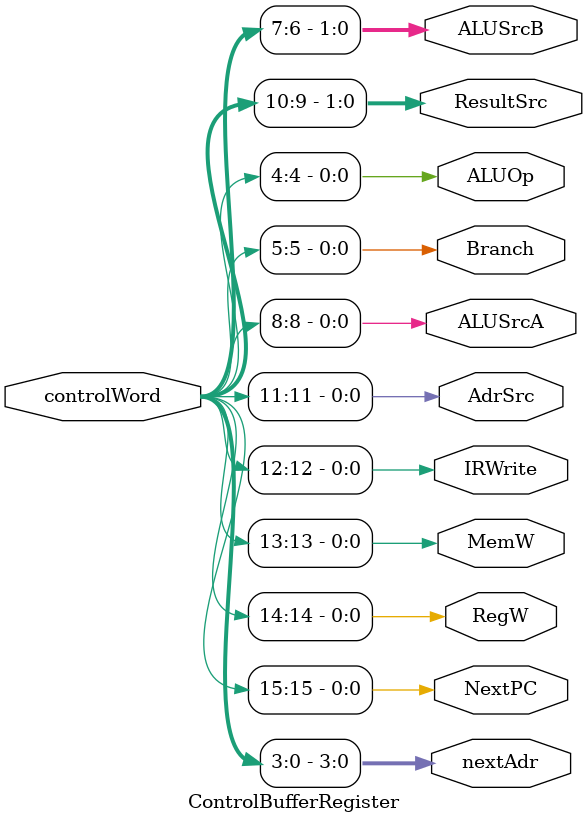
<source format=sv>
module ControlBufferRegister(
												input logic [15:0] controlWord,
							  output logic [3:0] nextAdr,
							  output logic NextPC, RegW, MemW, IRWrite, AdrSrc, ALUSrcA, Branch, ALUOp,
				   			  output logic [1:0] ResultSrc, ALUSrcB);
	
		always_comb
			{NextPC, RegW, MemW, IRWrite, AdrSrc, ResultSrc, 
					ALUSrcA, ALUSrcB, Branch, ALUOp, nextAdr} = controlWord[15:0];

endmodule
</source>
